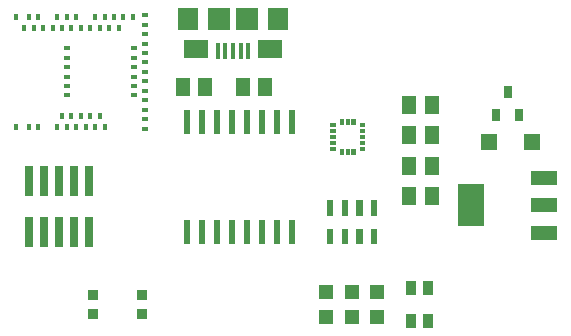
<source format=gtp>
G04 EAGLE Gerber RS-274X export*
G75*
%MOMM*%
%FSLAX34Y34*%
%LPD*%
%INTop Paste*%
%IPPOS*%
%AMOC8*
5,1,8,0,0,1.08239X$1,22.5*%
G01*
%ADD10R,1.200000X1.200000*%
%ADD11R,0.400000X1.350000*%
%ADD12R,2.100000X1.600000*%
%ADD13R,1.800000X1.900000*%
%ADD14R,1.900000X1.900000*%
%ADD15C,0.079500*%
%ADD16C,0.084800*%
%ADD17R,0.601900X2.052400*%
%ADD18R,0.400000X0.600000*%
%ADD19R,0.600000X0.400000*%
%ADD20R,1.300000X1.500000*%
%ADD21R,0.760000X2.600000*%
%ADD22R,0.900000X0.900000*%
%ADD23R,0.900000X1.200000*%
%ADD24C,0.087500*%
%ADD25R,1.400000X1.400000*%
%ADD26R,0.635000X1.016000*%
%ADD27R,2.235200X1.219200*%
%ADD28R,2.200000X3.600000*%


D10*
X345440Y27600D03*
X345440Y48600D03*
D11*
X223520Y252730D03*
X230020Y252730D03*
X217020Y252730D03*
X236520Y252730D03*
X210520Y252730D03*
D12*
X254520Y253980D03*
X192520Y253980D03*
D13*
X261520Y279480D03*
X185520Y279480D03*
D14*
X235520Y279480D03*
X211520Y279480D03*
D15*
X307353Y102103D02*
X307353Y89797D01*
X302847Y89797D01*
X302847Y102103D01*
X307353Y102103D01*
X307353Y90552D02*
X302847Y90552D01*
X302847Y91307D02*
X307353Y91307D01*
X307353Y92062D02*
X302847Y92062D01*
X302847Y92817D02*
X307353Y92817D01*
X307353Y93572D02*
X302847Y93572D01*
X302847Y94327D02*
X307353Y94327D01*
X307353Y95082D02*
X302847Y95082D01*
X302847Y95837D02*
X307353Y95837D01*
X307353Y96592D02*
X302847Y96592D01*
X302847Y97347D02*
X307353Y97347D01*
X307353Y98102D02*
X302847Y98102D01*
X302847Y98857D02*
X307353Y98857D01*
X307353Y99612D02*
X302847Y99612D01*
X302847Y100367D02*
X307353Y100367D01*
X307353Y101122D02*
X302847Y101122D01*
X302847Y101877D02*
X307353Y101877D01*
D16*
X307326Y113824D02*
X307326Y126076D01*
X307326Y113824D02*
X302874Y113824D01*
X302874Y126076D01*
X307326Y126076D01*
X307326Y114630D02*
X302874Y114630D01*
X302874Y115436D02*
X307326Y115436D01*
X307326Y116242D02*
X302874Y116242D01*
X302874Y117048D02*
X307326Y117048D01*
X307326Y117854D02*
X302874Y117854D01*
X302874Y118660D02*
X307326Y118660D01*
X307326Y119466D02*
X302874Y119466D01*
X302874Y120272D02*
X307326Y120272D01*
X307326Y121078D02*
X302874Y121078D01*
X302874Y121884D02*
X307326Y121884D01*
X307326Y122690D02*
X302874Y122690D01*
X302874Y123496D02*
X307326Y123496D01*
X307326Y124302D02*
X302874Y124302D01*
X302874Y125108D02*
X307326Y125108D01*
X307326Y125914D02*
X302874Y125914D01*
X319826Y102076D02*
X319826Y89824D01*
X315374Y89824D01*
X315374Y102076D01*
X319826Y102076D01*
X319826Y90630D02*
X315374Y90630D01*
X315374Y91436D02*
X319826Y91436D01*
X319826Y92242D02*
X315374Y92242D01*
X315374Y93048D02*
X319826Y93048D01*
X319826Y93854D02*
X315374Y93854D01*
X315374Y94660D02*
X319826Y94660D01*
X319826Y95466D02*
X315374Y95466D01*
X315374Y96272D02*
X319826Y96272D01*
X319826Y97078D02*
X315374Y97078D01*
X315374Y97884D02*
X319826Y97884D01*
X319826Y98690D02*
X315374Y98690D01*
X315374Y99496D02*
X319826Y99496D01*
X319826Y100302D02*
X315374Y100302D01*
X315374Y101108D02*
X319826Y101108D01*
X319826Y101914D02*
X315374Y101914D01*
X332326Y102076D02*
X332326Y89824D01*
X327874Y89824D01*
X327874Y102076D01*
X332326Y102076D01*
X332326Y90630D02*
X327874Y90630D01*
X327874Y91436D02*
X332326Y91436D01*
X332326Y92242D02*
X327874Y92242D01*
X327874Y93048D02*
X332326Y93048D01*
X332326Y93854D02*
X327874Y93854D01*
X327874Y94660D02*
X332326Y94660D01*
X332326Y95466D02*
X327874Y95466D01*
X327874Y96272D02*
X332326Y96272D01*
X332326Y97078D02*
X327874Y97078D01*
X327874Y97884D02*
X332326Y97884D01*
X332326Y98690D02*
X327874Y98690D01*
X327874Y99496D02*
X332326Y99496D01*
X332326Y100302D02*
X327874Y100302D01*
X327874Y101108D02*
X332326Y101108D01*
X332326Y101914D02*
X327874Y101914D01*
X344826Y102076D02*
X344826Y89824D01*
X340374Y89824D01*
X340374Y102076D01*
X344826Y102076D01*
X344826Y90630D02*
X340374Y90630D01*
X340374Y91436D02*
X344826Y91436D01*
X344826Y92242D02*
X340374Y92242D01*
X340374Y93048D02*
X344826Y93048D01*
X344826Y93854D02*
X340374Y93854D01*
X340374Y94660D02*
X344826Y94660D01*
X344826Y95466D02*
X340374Y95466D01*
X340374Y96272D02*
X344826Y96272D01*
X344826Y97078D02*
X340374Y97078D01*
X340374Y97884D02*
X344826Y97884D01*
X344826Y98690D02*
X340374Y98690D01*
X340374Y99496D02*
X344826Y99496D01*
X344826Y100302D02*
X340374Y100302D01*
X340374Y101108D02*
X344826Y101108D01*
X344826Y101914D02*
X340374Y101914D01*
X344826Y113824D02*
X344826Y126076D01*
X344826Y113824D02*
X340374Y113824D01*
X340374Y126076D01*
X344826Y126076D01*
X344826Y114630D02*
X340374Y114630D01*
X340374Y115436D02*
X344826Y115436D01*
X344826Y116242D02*
X340374Y116242D01*
X340374Y117048D02*
X344826Y117048D01*
X344826Y117854D02*
X340374Y117854D01*
X340374Y118660D02*
X344826Y118660D01*
X344826Y119466D02*
X340374Y119466D01*
X340374Y120272D02*
X344826Y120272D01*
X344826Y121078D02*
X340374Y121078D01*
X340374Y121884D02*
X344826Y121884D01*
X344826Y122690D02*
X340374Y122690D01*
X340374Y123496D02*
X344826Y123496D01*
X344826Y124302D02*
X340374Y124302D01*
X340374Y125108D02*
X344826Y125108D01*
X344826Y125914D02*
X340374Y125914D01*
X332326Y126076D02*
X332326Y113824D01*
X327874Y113824D01*
X327874Y126076D01*
X332326Y126076D01*
X332326Y114630D02*
X327874Y114630D01*
X327874Y115436D02*
X332326Y115436D01*
X332326Y116242D02*
X327874Y116242D01*
X327874Y117048D02*
X332326Y117048D01*
X332326Y117854D02*
X327874Y117854D01*
X327874Y118660D02*
X332326Y118660D01*
X332326Y119466D02*
X327874Y119466D01*
X327874Y120272D02*
X332326Y120272D01*
X332326Y121078D02*
X327874Y121078D01*
X327874Y121884D02*
X332326Y121884D01*
X332326Y122690D02*
X327874Y122690D01*
X327874Y123496D02*
X332326Y123496D01*
X332326Y124302D02*
X327874Y124302D01*
X327874Y125108D02*
X332326Y125108D01*
X332326Y125914D02*
X327874Y125914D01*
X319826Y126076D02*
X319826Y113824D01*
X315374Y113824D01*
X315374Y126076D01*
X319826Y126076D01*
X319826Y114630D02*
X315374Y114630D01*
X315374Y115436D02*
X319826Y115436D01*
X319826Y116242D02*
X315374Y116242D01*
X315374Y117048D02*
X319826Y117048D01*
X319826Y117854D02*
X315374Y117854D01*
X315374Y118660D02*
X319826Y118660D01*
X319826Y119466D02*
X315374Y119466D01*
X315374Y120272D02*
X319826Y120272D01*
X319826Y121078D02*
X315374Y121078D01*
X315374Y121884D02*
X319826Y121884D01*
X319826Y122690D02*
X315374Y122690D01*
X315374Y123496D02*
X319826Y123496D01*
X319826Y124302D02*
X315374Y124302D01*
X315374Y125108D02*
X319826Y125108D01*
X319826Y125914D02*
X315374Y125914D01*
D17*
X184150Y99514D03*
X196850Y99514D03*
X209550Y99514D03*
X222250Y99514D03*
X234950Y99514D03*
X247650Y99514D03*
X260350Y99514D03*
X273050Y99514D03*
X273050Y192586D03*
X260350Y192586D03*
X247650Y192586D03*
X234950Y192586D03*
X222250Y192586D03*
X209550Y192586D03*
X196850Y192586D03*
X184150Y192586D03*
D10*
X302260Y27600D03*
X302260Y48600D03*
X323850Y27600D03*
X323850Y48600D03*
D18*
X39700Y188450D03*
X50700Y188450D03*
X58700Y188450D03*
X74700Y188450D03*
X78700Y197450D03*
X82700Y188450D03*
X86700Y197450D03*
X90700Y188450D03*
X94700Y197450D03*
X98700Y188450D03*
X102700Y197450D03*
X106700Y188450D03*
X110700Y197450D03*
X114700Y188450D03*
D19*
X148700Y186950D03*
X148700Y194950D03*
X148700Y202950D03*
X148700Y210950D03*
X139700Y214950D03*
X148700Y218950D03*
X139700Y222950D03*
X148700Y226950D03*
X139700Y230950D03*
X148700Y234950D03*
X139700Y238950D03*
X148700Y242950D03*
X139700Y246950D03*
X148700Y250950D03*
X139700Y254950D03*
X148700Y258950D03*
X148700Y266950D03*
X148700Y274950D03*
X148700Y282950D03*
D18*
X138700Y281450D03*
X130700Y281450D03*
X126700Y272450D03*
X122700Y281450D03*
X118700Y272450D03*
X114700Y281450D03*
X110700Y272450D03*
X106700Y281450D03*
X102700Y272450D03*
X94700Y272450D03*
X90700Y281450D03*
X86700Y272450D03*
X82700Y281450D03*
X78700Y272450D03*
X74700Y281450D03*
X70700Y272450D03*
X62700Y272450D03*
X58700Y281450D03*
X54700Y272450D03*
X50700Y281450D03*
X46700Y272450D03*
X39700Y281450D03*
D19*
X82700Y214950D03*
X82700Y222950D03*
X82700Y230950D03*
X82700Y238950D03*
X82700Y246950D03*
X82700Y254950D03*
D20*
X181000Y222250D03*
X200000Y222250D03*
X231800Y222250D03*
X250800Y222250D03*
D21*
X50800Y142150D03*
X63500Y142150D03*
X76200Y142150D03*
X88900Y142150D03*
X101600Y142150D03*
X50800Y99150D03*
X63500Y99150D03*
X76200Y99150D03*
X88900Y99150D03*
X101600Y99150D03*
D22*
X105230Y30100D03*
X105230Y46100D03*
X146230Y46100D03*
X146230Y30100D03*
D20*
X391770Y154940D03*
X372770Y154940D03*
X372770Y207010D03*
X391770Y207010D03*
D23*
X373750Y24100D03*
X388250Y24100D03*
X388250Y52100D03*
X373750Y52100D03*
D24*
X309453Y189027D02*
X305427Y189027D01*
X305427Y191653D01*
X309453Y191653D01*
X309453Y189027D01*
X309453Y189858D02*
X305427Y189858D01*
X305427Y190689D02*
X309453Y190689D01*
X309453Y191520D02*
X305427Y191520D01*
X305427Y184027D02*
X309453Y184027D01*
X305427Y184027D02*
X305427Y186653D01*
X309453Y186653D01*
X309453Y184027D01*
X309453Y184858D02*
X305427Y184858D01*
X305427Y185689D02*
X309453Y185689D01*
X309453Y186520D02*
X305427Y186520D01*
X305427Y179027D02*
X309453Y179027D01*
X305427Y179027D02*
X305427Y181653D01*
X309453Y181653D01*
X309453Y179027D01*
X309453Y179858D02*
X305427Y179858D01*
X305427Y180689D02*
X309453Y180689D01*
X309453Y181520D02*
X305427Y181520D01*
X305427Y174027D02*
X309453Y174027D01*
X305427Y174027D02*
X305427Y176653D01*
X309453Y176653D01*
X309453Y174027D01*
X309453Y174858D02*
X305427Y174858D01*
X305427Y175689D02*
X309453Y175689D01*
X309453Y176520D02*
X305427Y176520D01*
X305427Y169027D02*
X309453Y169027D01*
X305427Y169027D02*
X305427Y171653D01*
X309453Y171653D01*
X309453Y169027D01*
X309453Y169858D02*
X305427Y169858D01*
X305427Y170689D02*
X309453Y170689D01*
X309453Y171520D02*
X305427Y171520D01*
X316353Y169753D02*
X316353Y165727D01*
X313727Y165727D01*
X313727Y169753D01*
X316353Y169753D01*
X316353Y166558D02*
X313727Y166558D01*
X313727Y167389D02*
X316353Y167389D01*
X316353Y168220D02*
X313727Y168220D01*
X313727Y169051D02*
X316353Y169051D01*
X321353Y169753D02*
X321353Y165727D01*
X318727Y165727D01*
X318727Y169753D01*
X321353Y169753D01*
X321353Y166558D02*
X318727Y166558D01*
X318727Y167389D02*
X321353Y167389D01*
X321353Y168220D02*
X318727Y168220D01*
X318727Y169051D02*
X321353Y169051D01*
X326353Y169753D02*
X326353Y165727D01*
X323727Y165727D01*
X323727Y169753D01*
X326353Y169753D01*
X326353Y166558D02*
X323727Y166558D01*
X323727Y167389D02*
X326353Y167389D01*
X326353Y168220D02*
X323727Y168220D01*
X323727Y169051D02*
X326353Y169051D01*
X330627Y171653D02*
X334653Y171653D01*
X334653Y169027D01*
X330627Y169027D01*
X330627Y171653D01*
X330627Y169858D02*
X334653Y169858D01*
X334653Y170689D02*
X330627Y170689D01*
X330627Y171520D02*
X334653Y171520D01*
X334653Y176653D02*
X330627Y176653D01*
X334653Y176653D02*
X334653Y174027D01*
X330627Y174027D01*
X330627Y176653D01*
X330627Y174858D02*
X334653Y174858D01*
X334653Y175689D02*
X330627Y175689D01*
X330627Y176520D02*
X334653Y176520D01*
X334653Y181653D02*
X330627Y181653D01*
X334653Y181653D02*
X334653Y179027D01*
X330627Y179027D01*
X330627Y181653D01*
X330627Y179858D02*
X334653Y179858D01*
X334653Y180689D02*
X330627Y180689D01*
X330627Y181520D02*
X334653Y181520D01*
X334653Y186653D02*
X330627Y186653D01*
X334653Y186653D02*
X334653Y184027D01*
X330627Y184027D01*
X330627Y186653D01*
X330627Y184858D02*
X334653Y184858D01*
X334653Y185689D02*
X330627Y185689D01*
X330627Y186520D02*
X334653Y186520D01*
X334653Y191653D02*
X330627Y191653D01*
X334653Y191653D02*
X334653Y189027D01*
X330627Y189027D01*
X330627Y191653D01*
X330627Y189858D02*
X334653Y189858D01*
X334653Y190689D02*
X330627Y190689D01*
X330627Y191520D02*
X334653Y191520D01*
X323727Y190927D02*
X323727Y194953D01*
X326353Y194953D01*
X326353Y190927D01*
X323727Y190927D01*
X323727Y191758D02*
X326353Y191758D01*
X326353Y192589D02*
X323727Y192589D01*
X323727Y193420D02*
X326353Y193420D01*
X326353Y194251D02*
X323727Y194251D01*
X318727Y194953D02*
X318727Y190927D01*
X318727Y194953D02*
X321353Y194953D01*
X321353Y190927D01*
X318727Y190927D01*
X318727Y191758D02*
X321353Y191758D01*
X321353Y192589D02*
X318727Y192589D01*
X318727Y193420D02*
X321353Y193420D01*
X321353Y194251D02*
X318727Y194251D01*
X313727Y194953D02*
X313727Y190927D01*
X313727Y194953D02*
X316353Y194953D01*
X316353Y190927D01*
X313727Y190927D01*
X313727Y191758D02*
X316353Y191758D01*
X316353Y192589D02*
X313727Y192589D01*
X313727Y193420D02*
X316353Y193420D01*
X316353Y194251D02*
X313727Y194251D01*
D20*
X372770Y181610D03*
X391770Y181610D03*
D25*
X476970Y175260D03*
X439970Y175260D03*
D26*
X455930Y218280D03*
X465430Y198280D03*
X446430Y198280D03*
D20*
X372770Y129540D03*
X391770Y129540D03*
D27*
X486918Y98806D03*
X486918Y121920D03*
X486918Y145034D03*
D28*
X424940Y121920D03*
M02*

</source>
